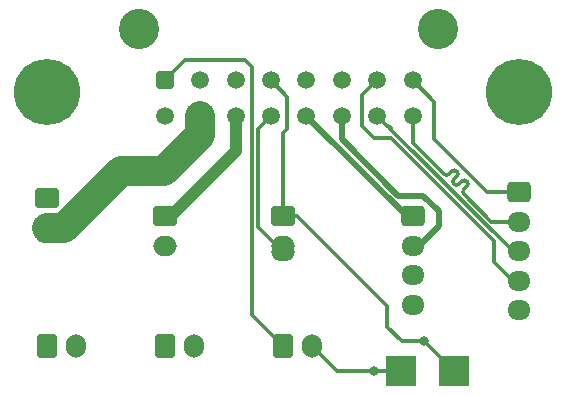
<source format=gbr>
G04 #@! TF.GenerationSoftware,KiCad,Pcbnew,6.0.7-f9a2dced07~116~ubuntu22.04.1*
G04 #@! TF.CreationDate,2022-08-21T20:53:51+02:00*
G04 #@! TF.ProjectId,carabiner-distributor,63617261-6269-46e6-9572-2d6469737472,rev?*
G04 #@! TF.SameCoordinates,Original*
G04 #@! TF.FileFunction,Copper,L1,Top*
G04 #@! TF.FilePolarity,Positive*
%FSLAX46Y46*%
G04 Gerber Fmt 4.6, Leading zero omitted, Abs format (unit mm)*
G04 Created by KiCad (PCBNEW 6.0.7-f9a2dced07~116~ubuntu22.04.1) date 2022-08-21 20:53:51*
%MOMM*%
%LPD*%
G01*
G04 APERTURE LIST*
G04 Aperture macros list*
%AMRoundRect*
0 Rectangle with rounded corners*
0 $1 Rounding radius*
0 $2 $3 $4 $5 $6 $7 $8 $9 X,Y pos of 4 corners*
0 Add a 4 corners polygon primitive as box body*
4,1,4,$2,$3,$4,$5,$6,$7,$8,$9,$2,$3,0*
0 Add four circle primitives for the rounded corners*
1,1,$1+$1,$2,$3*
1,1,$1+$1,$4,$5*
1,1,$1+$1,$6,$7*
1,1,$1+$1,$8,$9*
0 Add four rect primitives between the rounded corners*
20,1,$1+$1,$2,$3,$4,$5,0*
20,1,$1+$1,$4,$5,$6,$7,0*
20,1,$1+$1,$6,$7,$8,$9,0*
20,1,$1+$1,$8,$9,$2,$3,0*%
G04 Aperture macros list end*
G04 #@! TA.AperFunction,ComponentPad*
%ADD10RoundRect,0.250001X-0.499999X-0.499999X0.499999X-0.499999X0.499999X0.499999X-0.499999X0.499999X0*%
G04 #@! TD*
G04 #@! TA.AperFunction,ComponentPad*
%ADD11C,1.500000*%
G04 #@! TD*
G04 #@! TA.AperFunction,ComponentPad*
%ADD12C,3.410000*%
G04 #@! TD*
G04 #@! TA.AperFunction,ComponentPad*
%ADD13RoundRect,0.250001X-0.759999X0.499999X-0.759999X-0.499999X0.759999X-0.499999X0.759999X0.499999X0*%
G04 #@! TD*
G04 #@! TA.AperFunction,ComponentPad*
%ADD14O,2.020000X1.500000*%
G04 #@! TD*
G04 #@! TA.AperFunction,ComponentPad*
%ADD15RoundRect,0.250000X-0.725000X0.600000X-0.725000X-0.600000X0.725000X-0.600000X0.725000X0.600000X0*%
G04 #@! TD*
G04 #@! TA.AperFunction,ComponentPad*
%ADD16O,1.950000X1.700000*%
G04 #@! TD*
G04 #@! TA.AperFunction,ComponentPad*
%ADD17RoundRect,0.250000X-0.600000X-0.750000X0.600000X-0.750000X0.600000X0.750000X-0.600000X0.750000X0*%
G04 #@! TD*
G04 #@! TA.AperFunction,ComponentPad*
%ADD18O,1.700000X2.000000*%
G04 #@! TD*
G04 #@! TA.AperFunction,ComponentPad*
%ADD19RoundRect,0.250000X-0.750000X0.600000X-0.750000X-0.600000X0.750000X-0.600000X0.750000X0.600000X0*%
G04 #@! TD*
G04 #@! TA.AperFunction,ComponentPad*
%ADD20O,2.000000X1.700000*%
G04 #@! TD*
G04 #@! TA.AperFunction,SMDPad,CuDef*
%ADD21R,2.500000X2.500000*%
G04 #@! TD*
G04 #@! TA.AperFunction,ComponentPad*
%ADD22C,5.600000*%
G04 #@! TD*
G04 #@! TA.AperFunction,ViaPad*
%ADD23C,0.800000*%
G04 #@! TD*
G04 #@! TA.AperFunction,Conductor*
%ADD24C,0.300000*%
G04 #@! TD*
G04 #@! TA.AperFunction,Conductor*
%ADD25C,0.500000*%
G04 #@! TD*
G04 #@! TA.AperFunction,Conductor*
%ADD26C,2.500000*%
G04 #@! TD*
G04 #@! TA.AperFunction,Conductor*
%ADD27C,1.000000*%
G04 #@! TD*
G04 APERTURE END LIST*
D10*
X80000000Y-30000000D03*
D11*
X83000000Y-30000000D03*
X86000000Y-30000000D03*
X89000000Y-30000000D03*
X92000000Y-30000000D03*
X95000000Y-30000000D03*
X98000000Y-30000000D03*
X101000000Y-30000000D03*
X80000000Y-33000000D03*
X83000000Y-33000000D03*
X86000000Y-33000000D03*
X89000000Y-33000000D03*
X92000000Y-33000000D03*
X95000000Y-33000000D03*
X98000000Y-33000000D03*
X101000000Y-33000000D03*
D12*
X77850000Y-25680000D03*
X103150000Y-25680000D03*
D13*
X90000000Y-41500000D03*
D14*
X90000000Y-44500000D03*
D15*
X101000000Y-41500000D03*
D16*
X101000000Y-44000000D03*
X101000000Y-46500000D03*
X101000000Y-49000000D03*
D17*
X80000000Y-52500000D03*
D18*
X82500000Y-52500000D03*
D19*
X90000000Y-41500000D03*
D20*
X90000000Y-44000000D03*
D21*
X104500000Y-54600000D03*
D22*
X110000000Y-31000000D03*
X70000000Y-31000000D03*
D19*
X70000000Y-40000000D03*
D20*
X70000000Y-42500000D03*
D21*
X100000000Y-54600000D03*
D10*
X80000000Y-30000000D03*
D11*
X83000000Y-30000000D03*
X86000000Y-30000000D03*
X89000000Y-30000000D03*
X92000000Y-30000000D03*
X95000000Y-30000000D03*
X98000000Y-30000000D03*
X101000000Y-30000000D03*
X80000000Y-33000000D03*
X83000000Y-33000000D03*
X86000000Y-33000000D03*
X89000000Y-33000000D03*
X92000000Y-33000000D03*
X95000000Y-33000000D03*
X98000000Y-33000000D03*
X101000000Y-33000000D03*
D17*
X90000000Y-52500000D03*
D18*
X92500000Y-52500000D03*
D13*
X70000000Y-40000000D03*
D14*
X70000000Y-43000000D03*
D17*
X70000000Y-52500000D03*
D18*
X72500000Y-52500000D03*
D10*
X70000000Y-40000000D03*
D11*
X70000000Y-43000000D03*
D10*
X80000000Y-30000000D03*
D11*
X83000000Y-30000000D03*
X86000000Y-30000000D03*
X89000000Y-30000000D03*
X92000000Y-30000000D03*
X95000000Y-30000000D03*
X98000000Y-30000000D03*
X101000000Y-30000000D03*
X80000000Y-33000000D03*
X83000000Y-33000000D03*
X86000000Y-33000000D03*
X89000000Y-33000000D03*
X92000000Y-33000000D03*
X95000000Y-33000000D03*
X98000000Y-33000000D03*
X101000000Y-33000000D03*
D19*
X80000000Y-41500000D03*
D20*
X80000000Y-44000000D03*
D15*
X110000000Y-39460000D03*
D16*
X110000000Y-41960000D03*
X110000000Y-44460000D03*
X110000000Y-46960000D03*
X110000000Y-49460000D03*
D23*
X102000000Y-52100000D03*
X97700000Y-54600000D03*
D24*
X99170000Y-34070000D02*
X98940000Y-33840000D01*
X98940000Y-33840000D02*
X98840000Y-33840000D01*
X98840000Y-33840000D02*
X98000000Y-33000000D01*
X110000000Y-44460000D02*
X109460000Y-44460000D01*
X109460000Y-44460000D02*
X99120000Y-34120000D01*
X99120000Y-34120000D02*
X99170000Y-34070000D01*
X110000000Y-41960000D02*
X107666428Y-41960000D01*
X105590717Y-38554868D02*
G75*
G02*
X105590722Y-38979127I-212117J-212132D01*
G01*
X104501742Y-38795314D02*
X104501741Y-38795313D01*
X103653169Y-37946831D02*
G75*
G03*
X104077478Y-37946784I212131J212131D01*
G01*
X104317931Y-37706334D02*
X104077479Y-37946785D01*
X101000000Y-35293572D02*
X101000000Y-33000000D01*
X107666428Y-41960000D02*
X105350269Y-39643841D01*
X104317932Y-37706335D02*
G75*
G02*
X104742194Y-37706335I212131J-212131D01*
G01*
X105590723Y-38979126D02*
X105590722Y-38979127D01*
X104742160Y-37706369D02*
G75*
G02*
X104742193Y-38130598I-212060J-212131D01*
G01*
X104501760Y-38371068D02*
G75*
G03*
X104501741Y-38795313I212140J-212132D01*
G01*
X104501769Y-38795287D02*
G75*
G03*
X104926006Y-38795312I212131J212087D01*
G01*
X105350269Y-39219577D02*
X105590723Y-38979126D01*
X105350260Y-39219568D02*
G75*
G03*
X105350269Y-39643841I212140J-212132D01*
G01*
X105166460Y-38554863D02*
G75*
G02*
X105590722Y-38554863I212131J-212131D01*
G01*
X105166459Y-38554862D02*
X104926007Y-38795313D01*
X104501741Y-38371049D02*
X104742195Y-38130598D01*
X104742195Y-38130598D02*
X104742194Y-38130599D01*
X103653214Y-37946786D02*
X101000000Y-35293572D01*
X101000000Y-30000000D02*
X102800000Y-31800000D01*
X107260000Y-39460000D02*
X110000000Y-39460000D01*
X102800000Y-35000000D02*
X107260000Y-39460000D01*
X102800000Y-31800000D02*
X102800000Y-35000000D01*
D25*
X101300000Y-39800000D02*
X101900000Y-39800000D01*
X103200000Y-42300000D02*
X101000000Y-44500000D01*
X95000000Y-35010730D02*
X99789270Y-39800000D01*
X103200000Y-41100000D02*
X103200000Y-42300000D01*
X95000000Y-33000000D02*
X95000000Y-35010730D01*
X99789270Y-39800000D02*
X101300000Y-39800000D01*
X101900000Y-39800000D02*
X103200000Y-41100000D01*
X92000000Y-33000000D02*
X101000000Y-42000000D01*
D26*
X71500000Y-42500000D02*
X70000000Y-42500000D01*
X76341151Y-37658849D02*
X71500000Y-42500000D01*
X79958849Y-37658849D02*
X76341151Y-37658849D01*
X83000000Y-33000000D02*
X83000000Y-34617698D01*
X83000000Y-34617698D02*
X79958849Y-37658849D01*
D24*
X99143572Y-34850000D02*
X97750000Y-34850000D01*
X109460000Y-46960000D02*
X107900000Y-45400000D01*
X96750000Y-31250000D02*
X98000000Y-30000000D01*
X107900000Y-43606428D02*
X99143572Y-34850000D01*
X96750000Y-33850000D02*
X96750000Y-31250000D01*
X107900000Y-45400000D02*
X107900000Y-43606428D01*
X97750000Y-34850000D02*
X96750000Y-33850000D01*
X110000000Y-46960000D02*
X109460000Y-46960000D01*
D27*
X86000000Y-36000000D02*
X80500000Y-41500000D01*
X80500000Y-41500000D02*
X80000000Y-41500000D01*
X86000000Y-33000000D02*
X86000000Y-36000000D01*
D24*
X90400000Y-31400000D02*
X90400000Y-34100000D01*
X102000000Y-52100000D02*
X100100000Y-52100000D01*
X100100000Y-52100000D02*
X98850000Y-50850000D01*
X90000000Y-42000000D02*
X90000000Y-34500000D01*
X90000000Y-41500000D02*
X91200000Y-41500000D01*
X91200000Y-41500000D02*
X98850000Y-49150000D01*
X89000000Y-30000000D02*
X90400000Y-31400000D01*
X90000000Y-34500000D02*
X90400000Y-34100000D01*
X104500000Y-54600000D02*
X102000000Y-52100000D01*
X98850000Y-49150000D02*
X98850000Y-50850000D01*
X86800000Y-28300000D02*
X87400000Y-28900000D01*
X81700000Y-28300000D02*
X86800000Y-28300000D01*
X87400000Y-28900000D02*
X87400000Y-49900000D01*
X80000000Y-30000000D02*
X81700000Y-28300000D01*
X87400000Y-49900000D02*
X90000000Y-52500000D01*
X87899520Y-34100480D02*
X89000000Y-33000000D01*
X90000000Y-44500000D02*
X87899520Y-42399520D01*
X87899520Y-42399520D02*
X87899520Y-34100480D01*
X92500000Y-52500000D02*
X94600000Y-54600000D01*
X94600000Y-54600000D02*
X100000000Y-54600000D01*
M02*

</source>
